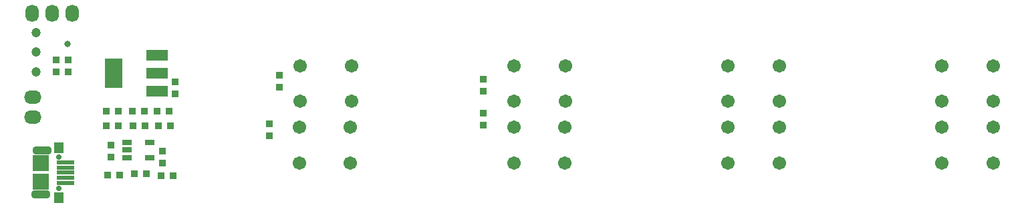
<source format=gbs>
G04*
G04 #@! TF.GenerationSoftware,Altium Limited,Altium Designer,18.1.9 (240)*
G04*
G04 Layer_Color=16711935*
%FSLAX24Y24*%
%MOIN*%
G70*
G01*
G75*
%ADD18R,0.0380X0.0380*%
%ADD19R,0.0380X0.0380*%
%ADD21O,0.0671X0.0867*%
%ADD22C,0.0671*%
G04:AMPARAMS|DCode=23|XSize=92.6mil|YSize=39.5mil|CornerRadius=11.9mil|HoleSize=0mil|Usage=FLASHONLY|Rotation=0.000|XOffset=0mil|YOffset=0mil|HoleType=Round|Shape=RoundedRectangle|*
%AMROUNDEDRECTD23*
21,1,0.0926,0.0157,0,0,0.0*
21,1,0.0689,0.0395,0,0,0.0*
1,1,0.0237,0.0344,-0.0079*
1,1,0.0237,-0.0344,-0.0079*
1,1,0.0237,-0.0344,0.0079*
1,1,0.0237,0.0344,0.0079*
%
%ADD23ROUNDEDRECTD23*%
%ADD24C,0.0277*%
%ADD25O,0.0867X0.0671*%
%ADD26C,0.0474*%
%ADD27C,0.0320*%
%ADD42R,0.0474X0.0552*%
%ADD43R,0.0907X0.0237*%
%ADD44R,0.0828X0.0789*%
%ADD45R,0.0493X0.0316*%
%ADD46R,0.1064X0.0552*%
%ADD47R,0.0867X0.1458*%
D18*
X22800Y28300D02*
D03*
X23400D02*
D03*
X22100D02*
D03*
X21500D02*
D03*
X24050D02*
D03*
X24650D02*
D03*
X23450Y27550D02*
D03*
X22850D02*
D03*
X23500Y25150D02*
D03*
X22900D02*
D03*
X21570Y25100D02*
D03*
X22170D02*
D03*
X21500Y27550D02*
D03*
X22100D02*
D03*
X24700D02*
D03*
X24100D02*
D03*
X24850Y25050D02*
D03*
X24250D02*
D03*
D19*
X24950Y29150D02*
D03*
Y29750D02*
D03*
X19000Y30250D02*
D03*
Y30850D02*
D03*
X30150Y30100D02*
D03*
Y29500D02*
D03*
X40300Y29300D02*
D03*
Y29900D02*
D03*
Y28200D02*
D03*
Y27600D02*
D03*
X29650Y27650D02*
D03*
Y27050D02*
D03*
X19600Y30250D02*
D03*
Y30850D02*
D03*
X24300Y25696D02*
D03*
Y26296D02*
D03*
X21750Y26000D02*
D03*
Y26600D02*
D03*
D21*
X17800Y33200D02*
D03*
X18800D02*
D03*
X19800D02*
D03*
D22*
X31170Y30572D02*
D03*
X33730D02*
D03*
X31170Y28800D02*
D03*
X33730D02*
D03*
X44400Y28800D02*
D03*
X41841D02*
D03*
X44400Y30572D02*
D03*
X41841D02*
D03*
X52500D02*
D03*
X55059D02*
D03*
X52500Y28800D02*
D03*
X55059D02*
D03*
X65724Y28800D02*
D03*
X63165D02*
D03*
X65724Y30572D02*
D03*
X63165D02*
D03*
X52500Y27486D02*
D03*
X55059D02*
D03*
X52500Y25714D02*
D03*
X55059D02*
D03*
X33680D02*
D03*
X31120D02*
D03*
X33680Y27486D02*
D03*
X31120D02*
D03*
X41820D02*
D03*
X44380D02*
D03*
X41820Y25714D02*
D03*
X44380D02*
D03*
X63165Y27486D02*
D03*
X65724D02*
D03*
X63165Y25714D02*
D03*
X65724D02*
D03*
D23*
X18289Y26323D02*
D03*
X18250Y24118D02*
D03*
D24*
X19136Y24433D02*
D03*
Y26008D02*
D03*
D25*
X17850Y29000D02*
D03*
Y28000D02*
D03*
D26*
X18000Y30266D02*
D03*
Y31250D02*
D03*
Y32234D02*
D03*
D27*
X19570Y31680D02*
D03*
D42*
X19136Y26480D02*
D03*
Y23960D02*
D03*
D43*
X19461Y24708D02*
D03*
Y25732D02*
D03*
Y25476D02*
D03*
Y24964D02*
D03*
Y25220D02*
D03*
D44*
X18250Y25690D02*
D03*
Y24750D02*
D03*
D45*
X22539Y25976D02*
D03*
Y26350D02*
D03*
Y26724D02*
D03*
X23661D02*
D03*
Y25976D02*
D03*
D46*
X24024Y30206D02*
D03*
Y29300D02*
D03*
Y31111D02*
D03*
D47*
X21859Y30206D02*
D03*
M02*

</source>
